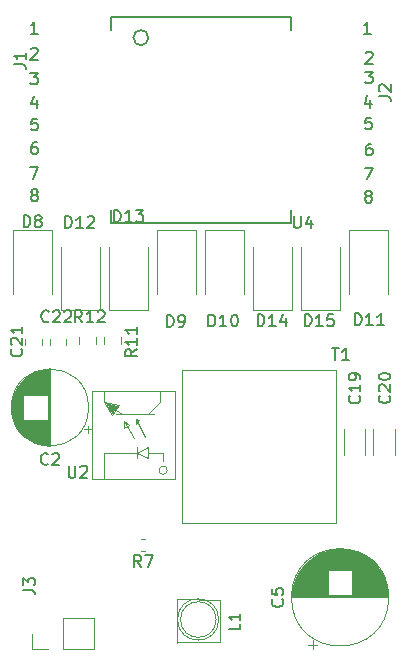
<source format=gbr>
G04 #@! TF.GenerationSoftware,KiCad,Pcbnew,(5.1.4-0-10_14)*
G04 #@! TF.CreationDate,2019-09-18T11:49:10-05:00*
G04 #@! TF.ProjectId,poePoweredDevice-PD,706f6550-6f77-4657-9265-644465766963,rev?*
G04 #@! TF.SameCoordinates,Original*
G04 #@! TF.FileFunction,Legend,Top*
G04 #@! TF.FilePolarity,Positive*
%FSLAX46Y46*%
G04 Gerber Fmt 4.6, Leading zero omitted, Abs format (unit mm)*
G04 Created by KiCad (PCBNEW (5.1.4-0-10_14)) date 2019-09-18 11:49:10*
%MOMM*%
%LPD*%
G04 APERTURE LIST*
%ADD10C,0.120000*%
%ADD11C,0.150000*%
G04 APERTURE END LIST*
D10*
X165094400Y-124577600D02*
X172094400Y-124577600D01*
X172094400Y-124577600D02*
X172094400Y-117077600D01*
X172094400Y-117077600D02*
X165094400Y-117077600D01*
X165094400Y-117077600D02*
X165094400Y-124577600D01*
X171447953Y-123827600D02*
G75*
G03X171447953Y-123827600I-353553J0D01*
G01*
X171094400Y-123077600D02*
X171094400Y-122327600D01*
X171094400Y-122327600D02*
X169844400Y-122327600D01*
X169844400Y-121827600D02*
X169844400Y-122827600D01*
X169844400Y-122827600D02*
X168844400Y-122327600D01*
X168844400Y-122327600D02*
X169844400Y-121827600D01*
X168844400Y-121827600D02*
X168844400Y-122827600D01*
X168844400Y-122327600D02*
X166094400Y-122327600D01*
X166094400Y-122327600D02*
X166094400Y-124577600D01*
X166094400Y-117077600D02*
X166094400Y-118077600D01*
X166094400Y-118077600D02*
X167594400Y-119077600D01*
X167594400Y-119077600D02*
X169844400Y-119077600D01*
X169844400Y-119077600D02*
X170794400Y-118077600D01*
X170794400Y-118077600D02*
X170794400Y-117077600D01*
X167394400Y-118277600D02*
X166794400Y-119177600D01*
X166794400Y-119177600D02*
X166094400Y-118077600D01*
X166094400Y-118077600D02*
X167394400Y-118277600D01*
X167094400Y-119077600D02*
X170294400Y-119077600D01*
X166894400Y-118977600D02*
X166294400Y-118277600D01*
X166294400Y-118277600D02*
X167194400Y-118477600D01*
X167194400Y-118477600D02*
X166394400Y-118177600D01*
X166394400Y-118177600D02*
X167194400Y-118377600D01*
X167194400Y-118377600D02*
X167094400Y-118677600D01*
X167094400Y-118677600D02*
X166694400Y-118477600D01*
X166694400Y-118477600D02*
X166994400Y-118477600D01*
X166994400Y-118477600D02*
X166794400Y-118977600D01*
X166794400Y-118977600D02*
X166694400Y-118577600D01*
X166694400Y-118577600D02*
X166494400Y-118477600D01*
X166494400Y-118477600D02*
X166894400Y-118677600D01*
X166894400Y-118677600D02*
X166794400Y-118777600D01*
X168594400Y-121077600D02*
X167794400Y-119677600D01*
X167794400Y-119677600D02*
X167794400Y-120277600D01*
X167794400Y-120277600D02*
X168194400Y-119977600D01*
X168194400Y-119977600D02*
X167794400Y-119677600D01*
X169594400Y-120977600D02*
X168794400Y-119477600D01*
X168794400Y-119477600D02*
X168794400Y-119877600D01*
X168794400Y-119877600D02*
X169094400Y-119577600D01*
X169094400Y-119577600D02*
X168794400Y-119477600D01*
X185700000Y-115300000D02*
X185700000Y-128300000D01*
X185700000Y-115300000D02*
X172700000Y-115300000D01*
X172700000Y-115300000D02*
X172700000Y-128300000D01*
X172700000Y-128300000D02*
X185700000Y-128300000D01*
X161356800Y-138998000D02*
X160026800Y-138998000D01*
X160026800Y-138998000D02*
X160026800Y-137668000D01*
X165226800Y-138998000D02*
X165226800Y-136338000D01*
X162626800Y-138998000D02*
X165226800Y-138998000D01*
X162626800Y-136338000D02*
X165226800Y-136338000D01*
X162626800Y-138998000D02*
X162626800Y-136338000D01*
X175806425Y-136461576D02*
G75*
G03X175806425Y-136461576I-1746425J0D01*
G01*
X175585855Y-136468000D02*
G75*
G03X175585855Y-136468000I-1505855J0D01*
G01*
X172290000Y-138428000D02*
X172280000Y-134738000D01*
X172280000Y-134718000D02*
X175870000Y-134778000D01*
X175870000Y-134778000D02*
X175880000Y-138368000D01*
X175880000Y-138368000D02*
X172290000Y-138388000D01*
X164783200Y-118516400D02*
G75*
G03X164783200Y-118516400I-3270000J0D01*
G01*
X161513200Y-121746400D02*
X161513200Y-115286400D01*
X161473200Y-121746400D02*
X161473200Y-115286400D01*
X161433200Y-121746400D02*
X161433200Y-115286400D01*
X161393200Y-121744400D02*
X161393200Y-115288400D01*
X161353200Y-121743400D02*
X161353200Y-115289400D01*
X161313200Y-121740400D02*
X161313200Y-115292400D01*
X161273200Y-121738400D02*
X161273200Y-119556400D01*
X161273200Y-117476400D02*
X161273200Y-115294400D01*
X161233200Y-121734400D02*
X161233200Y-119556400D01*
X161233200Y-117476400D02*
X161233200Y-115298400D01*
X161193200Y-121731400D02*
X161193200Y-119556400D01*
X161193200Y-117476400D02*
X161193200Y-115301400D01*
X161153200Y-121727400D02*
X161153200Y-119556400D01*
X161153200Y-117476400D02*
X161153200Y-115305400D01*
X161113200Y-121722400D02*
X161113200Y-119556400D01*
X161113200Y-117476400D02*
X161113200Y-115310400D01*
X161073200Y-121717400D02*
X161073200Y-119556400D01*
X161073200Y-117476400D02*
X161073200Y-115315400D01*
X161033200Y-121711400D02*
X161033200Y-119556400D01*
X161033200Y-117476400D02*
X161033200Y-115321400D01*
X160993200Y-121705400D02*
X160993200Y-119556400D01*
X160993200Y-117476400D02*
X160993200Y-115327400D01*
X160953200Y-121698400D02*
X160953200Y-119556400D01*
X160953200Y-117476400D02*
X160953200Y-115334400D01*
X160913200Y-121691400D02*
X160913200Y-119556400D01*
X160913200Y-117476400D02*
X160913200Y-115341400D01*
X160873200Y-121683400D02*
X160873200Y-119556400D01*
X160873200Y-117476400D02*
X160873200Y-115349400D01*
X160833200Y-121675400D02*
X160833200Y-119556400D01*
X160833200Y-117476400D02*
X160833200Y-115357400D01*
X160792200Y-121666400D02*
X160792200Y-119556400D01*
X160792200Y-117476400D02*
X160792200Y-115366400D01*
X160752200Y-121657400D02*
X160752200Y-119556400D01*
X160752200Y-117476400D02*
X160752200Y-115375400D01*
X160712200Y-121647400D02*
X160712200Y-119556400D01*
X160712200Y-117476400D02*
X160712200Y-115385400D01*
X160672200Y-121637400D02*
X160672200Y-119556400D01*
X160672200Y-117476400D02*
X160672200Y-115395400D01*
X160632200Y-121626400D02*
X160632200Y-119556400D01*
X160632200Y-117476400D02*
X160632200Y-115406400D01*
X160592200Y-121614400D02*
X160592200Y-119556400D01*
X160592200Y-117476400D02*
X160592200Y-115418400D01*
X160552200Y-121602400D02*
X160552200Y-119556400D01*
X160552200Y-117476400D02*
X160552200Y-115430400D01*
X160512200Y-121590400D02*
X160512200Y-119556400D01*
X160512200Y-117476400D02*
X160512200Y-115442400D01*
X160472200Y-121577400D02*
X160472200Y-119556400D01*
X160472200Y-117476400D02*
X160472200Y-115455400D01*
X160432200Y-121563400D02*
X160432200Y-119556400D01*
X160432200Y-117476400D02*
X160432200Y-115469400D01*
X160392200Y-121549400D02*
X160392200Y-119556400D01*
X160392200Y-117476400D02*
X160392200Y-115483400D01*
X160352200Y-121534400D02*
X160352200Y-119556400D01*
X160352200Y-117476400D02*
X160352200Y-115498400D01*
X160312200Y-121518400D02*
X160312200Y-119556400D01*
X160312200Y-117476400D02*
X160312200Y-115514400D01*
X160272200Y-121502400D02*
X160272200Y-119556400D01*
X160272200Y-117476400D02*
X160272200Y-115530400D01*
X160232200Y-121486400D02*
X160232200Y-119556400D01*
X160232200Y-117476400D02*
X160232200Y-115546400D01*
X160192200Y-121468400D02*
X160192200Y-119556400D01*
X160192200Y-117476400D02*
X160192200Y-115564400D01*
X160152200Y-121450400D02*
X160152200Y-119556400D01*
X160152200Y-117476400D02*
X160152200Y-115582400D01*
X160112200Y-121432400D02*
X160112200Y-119556400D01*
X160112200Y-117476400D02*
X160112200Y-115600400D01*
X160072200Y-121412400D02*
X160072200Y-119556400D01*
X160072200Y-117476400D02*
X160072200Y-115620400D01*
X160032200Y-121392400D02*
X160032200Y-119556400D01*
X160032200Y-117476400D02*
X160032200Y-115640400D01*
X159992200Y-121372400D02*
X159992200Y-119556400D01*
X159992200Y-117476400D02*
X159992200Y-115660400D01*
X159952200Y-121350400D02*
X159952200Y-119556400D01*
X159952200Y-117476400D02*
X159952200Y-115682400D01*
X159912200Y-121328400D02*
X159912200Y-119556400D01*
X159912200Y-117476400D02*
X159912200Y-115704400D01*
X159872200Y-121306400D02*
X159872200Y-119556400D01*
X159872200Y-117476400D02*
X159872200Y-115726400D01*
X159832200Y-121282400D02*
X159832200Y-119556400D01*
X159832200Y-117476400D02*
X159832200Y-115750400D01*
X159792200Y-121258400D02*
X159792200Y-119556400D01*
X159792200Y-117476400D02*
X159792200Y-115774400D01*
X159752200Y-121232400D02*
X159752200Y-119556400D01*
X159752200Y-117476400D02*
X159752200Y-115800400D01*
X159712200Y-121206400D02*
X159712200Y-119556400D01*
X159712200Y-117476400D02*
X159712200Y-115826400D01*
X159672200Y-121180400D02*
X159672200Y-119556400D01*
X159672200Y-117476400D02*
X159672200Y-115852400D01*
X159632200Y-121152400D02*
X159632200Y-119556400D01*
X159632200Y-117476400D02*
X159632200Y-115880400D01*
X159592200Y-121123400D02*
X159592200Y-119556400D01*
X159592200Y-117476400D02*
X159592200Y-115909400D01*
X159552200Y-121094400D02*
X159552200Y-119556400D01*
X159552200Y-117476400D02*
X159552200Y-115938400D01*
X159512200Y-121064400D02*
X159512200Y-119556400D01*
X159512200Y-117476400D02*
X159512200Y-115968400D01*
X159472200Y-121032400D02*
X159472200Y-119556400D01*
X159472200Y-117476400D02*
X159472200Y-116000400D01*
X159432200Y-121000400D02*
X159432200Y-119556400D01*
X159432200Y-117476400D02*
X159432200Y-116032400D01*
X159392200Y-120966400D02*
X159392200Y-119556400D01*
X159392200Y-117476400D02*
X159392200Y-116066400D01*
X159352200Y-120932400D02*
X159352200Y-119556400D01*
X159352200Y-117476400D02*
X159352200Y-116100400D01*
X159312200Y-120896400D02*
X159312200Y-119556400D01*
X159312200Y-117476400D02*
X159312200Y-116136400D01*
X159272200Y-120859400D02*
X159272200Y-119556400D01*
X159272200Y-117476400D02*
X159272200Y-116173400D01*
X159232200Y-120821400D02*
X159232200Y-119556400D01*
X159232200Y-117476400D02*
X159232200Y-116211400D01*
X159192200Y-120781400D02*
X159192200Y-116251400D01*
X159152200Y-120740400D02*
X159152200Y-116292400D01*
X159112200Y-120698400D02*
X159112200Y-116334400D01*
X159072200Y-120653400D02*
X159072200Y-116379400D01*
X159032200Y-120608400D02*
X159032200Y-116424400D01*
X158992200Y-120560400D02*
X158992200Y-116472400D01*
X158952200Y-120511400D02*
X158952200Y-116521400D01*
X158912200Y-120460400D02*
X158912200Y-116572400D01*
X158872200Y-120406400D02*
X158872200Y-116626400D01*
X158832200Y-120350400D02*
X158832200Y-116682400D01*
X158792200Y-120292400D02*
X158792200Y-116740400D01*
X158752200Y-120230400D02*
X158752200Y-116802400D01*
X158712200Y-120166400D02*
X158712200Y-116866400D01*
X158672200Y-120097400D02*
X158672200Y-116935400D01*
X158632200Y-120025400D02*
X158632200Y-117007400D01*
X158592200Y-119948400D02*
X158592200Y-117084400D01*
X158552200Y-119866400D02*
X158552200Y-117166400D01*
X158512200Y-119778400D02*
X158512200Y-117254400D01*
X158472200Y-119681400D02*
X158472200Y-117351400D01*
X158432200Y-119575400D02*
X158432200Y-117457400D01*
X158392200Y-119456400D02*
X158392200Y-117576400D01*
X158352200Y-119318400D02*
X158352200Y-117714400D01*
X158312200Y-119149400D02*
X158312200Y-117883400D01*
X158272200Y-118918400D02*
X158272200Y-118114400D01*
X165013441Y-120355400D02*
X164383441Y-120355400D01*
X164698441Y-120670400D02*
X164698441Y-120040400D01*
X190200400Y-134589200D02*
G75*
G03X190200400Y-134589200I-4120000J0D01*
G01*
X182000400Y-134589200D02*
X190160400Y-134589200D01*
X182000400Y-134549200D02*
X190160400Y-134549200D01*
X182000400Y-134509200D02*
X190160400Y-134509200D01*
X182001400Y-134469200D02*
X190159400Y-134469200D01*
X182003400Y-134429200D02*
X190157400Y-134429200D01*
X182004400Y-134389200D02*
X190156400Y-134389200D01*
X182006400Y-134349200D02*
X185040400Y-134349200D01*
X187120400Y-134349200D02*
X190154400Y-134349200D01*
X182009400Y-134309200D02*
X185040400Y-134309200D01*
X187120400Y-134309200D02*
X190151400Y-134309200D01*
X182012400Y-134269200D02*
X185040400Y-134269200D01*
X187120400Y-134269200D02*
X190148400Y-134269200D01*
X182015400Y-134229200D02*
X185040400Y-134229200D01*
X187120400Y-134229200D02*
X190145400Y-134229200D01*
X182019400Y-134189200D02*
X185040400Y-134189200D01*
X187120400Y-134189200D02*
X190141400Y-134189200D01*
X182023400Y-134149200D02*
X185040400Y-134149200D01*
X187120400Y-134149200D02*
X190137400Y-134149200D01*
X182028400Y-134109200D02*
X185040400Y-134109200D01*
X187120400Y-134109200D02*
X190132400Y-134109200D01*
X182032400Y-134069200D02*
X185040400Y-134069200D01*
X187120400Y-134069200D02*
X190128400Y-134069200D01*
X182038400Y-134029200D02*
X185040400Y-134029200D01*
X187120400Y-134029200D02*
X190122400Y-134029200D01*
X182043400Y-133989200D02*
X185040400Y-133989200D01*
X187120400Y-133989200D02*
X190117400Y-133989200D01*
X182050400Y-133949200D02*
X185040400Y-133949200D01*
X187120400Y-133949200D02*
X190110400Y-133949200D01*
X182056400Y-133909200D02*
X185040400Y-133909200D01*
X187120400Y-133909200D02*
X190104400Y-133909200D01*
X182063400Y-133868200D02*
X185040400Y-133868200D01*
X187120400Y-133868200D02*
X190097400Y-133868200D01*
X182070400Y-133828200D02*
X185040400Y-133828200D01*
X187120400Y-133828200D02*
X190090400Y-133828200D01*
X182078400Y-133788200D02*
X185040400Y-133788200D01*
X187120400Y-133788200D02*
X190082400Y-133788200D01*
X182086400Y-133748200D02*
X185040400Y-133748200D01*
X187120400Y-133748200D02*
X190074400Y-133748200D01*
X182095400Y-133708200D02*
X185040400Y-133708200D01*
X187120400Y-133708200D02*
X190065400Y-133708200D01*
X182104400Y-133668200D02*
X185040400Y-133668200D01*
X187120400Y-133668200D02*
X190056400Y-133668200D01*
X182113400Y-133628200D02*
X185040400Y-133628200D01*
X187120400Y-133628200D02*
X190047400Y-133628200D01*
X182123400Y-133588200D02*
X185040400Y-133588200D01*
X187120400Y-133588200D02*
X190037400Y-133588200D01*
X182133400Y-133548200D02*
X185040400Y-133548200D01*
X187120400Y-133548200D02*
X190027400Y-133548200D01*
X182144400Y-133508200D02*
X185040400Y-133508200D01*
X187120400Y-133508200D02*
X190016400Y-133508200D01*
X182155400Y-133468200D02*
X185040400Y-133468200D01*
X187120400Y-133468200D02*
X190005400Y-133468200D01*
X182166400Y-133428200D02*
X185040400Y-133428200D01*
X187120400Y-133428200D02*
X189994400Y-133428200D01*
X182178400Y-133388200D02*
X185040400Y-133388200D01*
X187120400Y-133388200D02*
X189982400Y-133388200D01*
X182191400Y-133348200D02*
X185040400Y-133348200D01*
X187120400Y-133348200D02*
X189969400Y-133348200D01*
X182203400Y-133308200D02*
X185040400Y-133308200D01*
X187120400Y-133308200D02*
X189957400Y-133308200D01*
X182217400Y-133268200D02*
X185040400Y-133268200D01*
X187120400Y-133268200D02*
X189943400Y-133268200D01*
X182230400Y-133228200D02*
X185040400Y-133228200D01*
X187120400Y-133228200D02*
X189930400Y-133228200D01*
X182245400Y-133188200D02*
X185040400Y-133188200D01*
X187120400Y-133188200D02*
X189915400Y-133188200D01*
X182259400Y-133148200D02*
X185040400Y-133148200D01*
X187120400Y-133148200D02*
X189901400Y-133148200D01*
X182275400Y-133108200D02*
X185040400Y-133108200D01*
X187120400Y-133108200D02*
X189885400Y-133108200D01*
X182290400Y-133068200D02*
X185040400Y-133068200D01*
X187120400Y-133068200D02*
X189870400Y-133068200D01*
X182306400Y-133028200D02*
X185040400Y-133028200D01*
X187120400Y-133028200D02*
X189854400Y-133028200D01*
X182323400Y-132988200D02*
X185040400Y-132988200D01*
X187120400Y-132988200D02*
X189837400Y-132988200D01*
X182340400Y-132948200D02*
X185040400Y-132948200D01*
X187120400Y-132948200D02*
X189820400Y-132948200D01*
X182358400Y-132908200D02*
X185040400Y-132908200D01*
X187120400Y-132908200D02*
X189802400Y-132908200D01*
X182376400Y-132868200D02*
X185040400Y-132868200D01*
X187120400Y-132868200D02*
X189784400Y-132868200D01*
X182394400Y-132828200D02*
X185040400Y-132828200D01*
X187120400Y-132828200D02*
X189766400Y-132828200D01*
X182414400Y-132788200D02*
X185040400Y-132788200D01*
X187120400Y-132788200D02*
X189746400Y-132788200D01*
X182433400Y-132748200D02*
X185040400Y-132748200D01*
X187120400Y-132748200D02*
X189727400Y-132748200D01*
X182453400Y-132708200D02*
X185040400Y-132708200D01*
X187120400Y-132708200D02*
X189707400Y-132708200D01*
X182474400Y-132668200D02*
X185040400Y-132668200D01*
X187120400Y-132668200D02*
X189686400Y-132668200D01*
X182496400Y-132628200D02*
X185040400Y-132628200D01*
X187120400Y-132628200D02*
X189664400Y-132628200D01*
X182518400Y-132588200D02*
X185040400Y-132588200D01*
X187120400Y-132588200D02*
X189642400Y-132588200D01*
X182540400Y-132548200D02*
X185040400Y-132548200D01*
X187120400Y-132548200D02*
X189620400Y-132548200D01*
X182563400Y-132508200D02*
X185040400Y-132508200D01*
X187120400Y-132508200D02*
X189597400Y-132508200D01*
X182587400Y-132468200D02*
X185040400Y-132468200D01*
X187120400Y-132468200D02*
X189573400Y-132468200D01*
X182611400Y-132428200D02*
X185040400Y-132428200D01*
X187120400Y-132428200D02*
X189549400Y-132428200D01*
X182636400Y-132388200D02*
X185040400Y-132388200D01*
X187120400Y-132388200D02*
X189524400Y-132388200D01*
X182662400Y-132348200D02*
X185040400Y-132348200D01*
X187120400Y-132348200D02*
X189498400Y-132348200D01*
X182688400Y-132308200D02*
X185040400Y-132308200D01*
X187120400Y-132308200D02*
X189472400Y-132308200D01*
X182715400Y-132268200D02*
X189445400Y-132268200D01*
X182742400Y-132228200D02*
X189418400Y-132228200D01*
X182771400Y-132188200D02*
X189389400Y-132188200D01*
X182800400Y-132148200D02*
X189360400Y-132148200D01*
X182830400Y-132108200D02*
X189330400Y-132108200D01*
X182860400Y-132068200D02*
X189300400Y-132068200D01*
X182891400Y-132028200D02*
X189269400Y-132028200D01*
X182924400Y-131988200D02*
X189236400Y-131988200D01*
X182956400Y-131948200D02*
X189204400Y-131948200D01*
X182990400Y-131908200D02*
X189170400Y-131908200D01*
X183025400Y-131868200D02*
X189135400Y-131868200D01*
X183061400Y-131828200D02*
X189099400Y-131828200D01*
X183097400Y-131788200D02*
X189063400Y-131788200D01*
X183135400Y-131748200D02*
X189025400Y-131748200D01*
X183173400Y-131708200D02*
X188987400Y-131708200D01*
X183213400Y-131668200D02*
X188947400Y-131668200D01*
X183254400Y-131628200D02*
X188906400Y-131628200D01*
X183296400Y-131588200D02*
X188864400Y-131588200D01*
X183339400Y-131548200D02*
X188821400Y-131548200D01*
X183383400Y-131508200D02*
X188777400Y-131508200D01*
X183429400Y-131468200D02*
X188731400Y-131468200D01*
X183476400Y-131428200D02*
X188684400Y-131428200D01*
X183524400Y-131388200D02*
X188636400Y-131388200D01*
X183575400Y-131348200D02*
X188585400Y-131348200D01*
X183626400Y-131308200D02*
X188534400Y-131308200D01*
X183680400Y-131268200D02*
X188480400Y-131268200D01*
X183735400Y-131228200D02*
X188425400Y-131228200D01*
X183793400Y-131188200D02*
X188367400Y-131188200D01*
X183852400Y-131148200D02*
X188308400Y-131148200D01*
X183914400Y-131108200D02*
X188246400Y-131108200D01*
X183978400Y-131068200D02*
X188182400Y-131068200D01*
X184046400Y-131028200D02*
X188114400Y-131028200D01*
X184116400Y-130988200D02*
X188044400Y-130988200D01*
X184190400Y-130948200D02*
X187970400Y-130948200D01*
X184267400Y-130908200D02*
X187893400Y-130908200D01*
X184349400Y-130868200D02*
X187811400Y-130868200D01*
X184435400Y-130828200D02*
X187725400Y-130828200D01*
X184528400Y-130788200D02*
X187632400Y-130788200D01*
X184627400Y-130748200D02*
X187533400Y-130748200D01*
X184734400Y-130708200D02*
X187426400Y-130708200D01*
X184851400Y-130668200D02*
X187309400Y-130668200D01*
X184982400Y-130628200D02*
X187178400Y-130628200D01*
X185132400Y-130588200D02*
X187028400Y-130588200D01*
X185312400Y-130548200D02*
X186848400Y-130548200D01*
X185547400Y-130508200D02*
X186613400Y-130508200D01*
X183765400Y-138998898D02*
X183765400Y-138198898D01*
X183365400Y-138598898D02*
X184165400Y-138598898D01*
X186389600Y-122574052D02*
X186389600Y-120351548D01*
X188209600Y-122574052D02*
X188209600Y-120351548D01*
X190698800Y-122574052D02*
X190698800Y-120351548D01*
X188878800Y-122574052D02*
X188878800Y-120351548D01*
X159380000Y-112684422D02*
X159380000Y-113201578D01*
X160800000Y-112684422D02*
X160800000Y-113201578D01*
X161480000Y-113201578D02*
X161480000Y-112684422D01*
X162900000Y-113201578D02*
X162900000Y-112684422D01*
X161670000Y-103496000D02*
X158370000Y-103496000D01*
X158370000Y-103496000D02*
X158370000Y-108896000D01*
X161670000Y-103496000D02*
X161670000Y-108896000D01*
X173850000Y-103500000D02*
X173850000Y-108900000D01*
X170550000Y-103500000D02*
X170550000Y-108900000D01*
X173850000Y-103500000D02*
X170550000Y-103500000D01*
X177926000Y-103496000D02*
X174626000Y-103496000D01*
X174626000Y-103496000D02*
X174626000Y-108896000D01*
X177926000Y-103496000D02*
X177926000Y-108896000D01*
X190118000Y-103496000D02*
X190118000Y-108896000D01*
X186818000Y-103496000D02*
X186818000Y-108896000D01*
X190118000Y-103496000D02*
X186818000Y-103496000D01*
X162434000Y-110296000D02*
X165734000Y-110296000D01*
X165734000Y-110296000D02*
X165734000Y-104896000D01*
X162434000Y-110296000D02*
X162434000Y-104896000D01*
X166498000Y-110296000D02*
X166498000Y-104896000D01*
X169798000Y-110296000D02*
X169798000Y-104896000D01*
X166498000Y-110296000D02*
X169798000Y-110296000D01*
X178690000Y-110296000D02*
X178690000Y-104896000D01*
X181990000Y-110296000D02*
X181990000Y-104896000D01*
X178690000Y-110296000D02*
X181990000Y-110296000D01*
X182754000Y-110296000D02*
X186054000Y-110296000D01*
X186054000Y-110296000D02*
X186054000Y-104896000D01*
X182754000Y-110296000D02*
X182754000Y-104896000D01*
X169562779Y-130658000D02*
X169237221Y-130658000D01*
X169562779Y-129638000D02*
X169237221Y-129638000D01*
X163980000Y-112584422D02*
X163980000Y-113101578D01*
X165400000Y-112584422D02*
X165400000Y-113101578D01*
X166080000Y-113101578D02*
X166080000Y-112584422D01*
X167500000Y-113101578D02*
X167500000Y-112584422D01*
D11*
X181910000Y-101806000D02*
X181910000Y-102936000D01*
X181910000Y-102936000D02*
X166670000Y-102936000D01*
X166670000Y-102936000D02*
X166670000Y-101806000D01*
X166670000Y-85436000D02*
X181910000Y-85436000D01*
X181910000Y-85436000D02*
X181910000Y-86566000D01*
X166670000Y-86566000D02*
X166670000Y-85436000D01*
X169845000Y-87201000D02*
G75*
G03X169845000Y-87201000I-635000J0D01*
G01*
X189368180Y-92154333D02*
X190082466Y-92154333D01*
X190225323Y-92201952D01*
X190320561Y-92297190D01*
X190368180Y-92440047D01*
X190368180Y-92535285D01*
X189463419Y-91725761D02*
X189415800Y-91678142D01*
X189368180Y-91582904D01*
X189368180Y-91344809D01*
X189415800Y-91249571D01*
X189463419Y-91201952D01*
X189558657Y-91154333D01*
X189653895Y-91154333D01*
X189796752Y-91201952D01*
X190368180Y-91773380D01*
X190368180Y-91154333D01*
X188677514Y-86863180D02*
X188106085Y-86863180D01*
X188391800Y-86863180D02*
X188391800Y-85863180D01*
X188296561Y-86006038D01*
X188201323Y-86101276D01*
X188106085Y-86148895D01*
X188258485Y-88498419D02*
X188306104Y-88450800D01*
X188401342Y-88403180D01*
X188639438Y-88403180D01*
X188734676Y-88450800D01*
X188782295Y-88498419D01*
X188829914Y-88593657D01*
X188829914Y-88688895D01*
X188782295Y-88831752D01*
X188210866Y-89403180D01*
X188829914Y-89403180D01*
X188210866Y-90079580D02*
X188829914Y-90079580D01*
X188496580Y-90460533D01*
X188639438Y-90460533D01*
X188734676Y-90508152D01*
X188782295Y-90555771D01*
X188829914Y-90651009D01*
X188829914Y-90889104D01*
X188782295Y-90984342D01*
X188734676Y-91031961D01*
X188639438Y-91079580D01*
X188353723Y-91079580D01*
X188258485Y-91031961D01*
X188210866Y-90984342D01*
X188633076Y-92470314D02*
X188633076Y-93136980D01*
X188394980Y-92089361D02*
X188156885Y-92803647D01*
X188775933Y-92803647D01*
X188731495Y-93965780D02*
X188255304Y-93965780D01*
X188207685Y-94441971D01*
X188255304Y-94394352D01*
X188350542Y-94346733D01*
X188588638Y-94346733D01*
X188683876Y-94394352D01*
X188731495Y-94441971D01*
X188779114Y-94537209D01*
X188779114Y-94775304D01*
X188731495Y-94870542D01*
X188683876Y-94918161D01*
X188588638Y-94965780D01*
X188350542Y-94965780D01*
X188255304Y-94918161D01*
X188207685Y-94870542D01*
X188734676Y-96175580D02*
X188544200Y-96175580D01*
X188448961Y-96223200D01*
X188401342Y-96270819D01*
X188306104Y-96413676D01*
X188258485Y-96604152D01*
X188258485Y-96985104D01*
X188306104Y-97080342D01*
X188353723Y-97127961D01*
X188448961Y-97175580D01*
X188639438Y-97175580D01*
X188734676Y-97127961D01*
X188782295Y-97080342D01*
X188829914Y-96985104D01*
X188829914Y-96747009D01*
X188782295Y-96651771D01*
X188734676Y-96604152D01*
X188639438Y-96556533D01*
X188448961Y-96556533D01*
X188353723Y-96604152D01*
X188306104Y-96651771D01*
X188258485Y-96747009D01*
X188160066Y-98207580D02*
X188826733Y-98207580D01*
X188398161Y-99207580D01*
X188398161Y-100591952D02*
X188302923Y-100544333D01*
X188255304Y-100496714D01*
X188207685Y-100401476D01*
X188207685Y-100353857D01*
X188255304Y-100258619D01*
X188302923Y-100211000D01*
X188398161Y-100163380D01*
X188588638Y-100163380D01*
X188683876Y-100211000D01*
X188731495Y-100258619D01*
X188779114Y-100353857D01*
X188779114Y-100401476D01*
X188731495Y-100496714D01*
X188683876Y-100544333D01*
X188588638Y-100591952D01*
X188398161Y-100591952D01*
X188302923Y-100639571D01*
X188255304Y-100687190D01*
X188207685Y-100782428D01*
X188207685Y-100972904D01*
X188255304Y-101068142D01*
X188302923Y-101115761D01*
X188398161Y-101163380D01*
X188588638Y-101163380D01*
X188683876Y-101115761D01*
X188731495Y-101068142D01*
X188779114Y-100972904D01*
X188779114Y-100782428D01*
X188731495Y-100687190D01*
X188683876Y-100639571D01*
X188588638Y-100591952D01*
X158456380Y-89461933D02*
X159170666Y-89461933D01*
X159313523Y-89509552D01*
X159408761Y-89604790D01*
X159456380Y-89747647D01*
X159456380Y-89842885D01*
X159456380Y-88461933D02*
X159456380Y-89033361D01*
X159456380Y-88747647D02*
X158456380Y-88747647D01*
X158599238Y-88842885D01*
X158694476Y-88938123D01*
X158742095Y-89033361D01*
X160485714Y-86856380D02*
X159914285Y-86856380D01*
X160200000Y-86856380D02*
X160200000Y-85856380D01*
X160104761Y-85999238D01*
X160009523Y-86094476D01*
X159914285Y-86142095D01*
X159914285Y-88151619D02*
X159961904Y-88104000D01*
X160057142Y-88056380D01*
X160295238Y-88056380D01*
X160390476Y-88104000D01*
X160438095Y-88151619D01*
X160485714Y-88246857D01*
X160485714Y-88342095D01*
X160438095Y-88484952D01*
X159866666Y-89056380D01*
X160485714Y-89056380D01*
X159866666Y-90156380D02*
X160485714Y-90156380D01*
X160152380Y-90537333D01*
X160295238Y-90537333D01*
X160390476Y-90584952D01*
X160438095Y-90632571D01*
X160485714Y-90727809D01*
X160485714Y-90965904D01*
X160438095Y-91061142D01*
X160390476Y-91108761D01*
X160295238Y-91156380D01*
X160009523Y-91156380D01*
X159914285Y-91108761D01*
X159866666Y-91061142D01*
X160390476Y-92489714D02*
X160390476Y-93156380D01*
X160152380Y-92108761D02*
X159914285Y-92823047D01*
X160533333Y-92823047D01*
X160438095Y-94056380D02*
X159961904Y-94056380D01*
X159914285Y-94532571D01*
X159961904Y-94484952D01*
X160057142Y-94437333D01*
X160295238Y-94437333D01*
X160390476Y-94484952D01*
X160438095Y-94532571D01*
X160485714Y-94627809D01*
X160485714Y-94865904D01*
X160438095Y-94961142D01*
X160390476Y-95008761D01*
X160295238Y-95056380D01*
X160057142Y-95056380D01*
X159961904Y-95008761D01*
X159914285Y-94961142D01*
X160390476Y-96056380D02*
X160200000Y-96056380D01*
X160104761Y-96104000D01*
X160057142Y-96151619D01*
X159961904Y-96294476D01*
X159914285Y-96484952D01*
X159914285Y-96865904D01*
X159961904Y-96961142D01*
X160009523Y-97008761D01*
X160104761Y-97056380D01*
X160295238Y-97056380D01*
X160390476Y-97008761D01*
X160438095Y-96961142D01*
X160485714Y-96865904D01*
X160485714Y-96627809D01*
X160438095Y-96532571D01*
X160390476Y-96484952D01*
X160295238Y-96437333D01*
X160104761Y-96437333D01*
X160009523Y-96484952D01*
X159961904Y-96532571D01*
X159914285Y-96627809D01*
X159866666Y-98156380D02*
X160533333Y-98156380D01*
X160104761Y-99156380D01*
X160104761Y-100484952D02*
X160009523Y-100437333D01*
X159961904Y-100389714D01*
X159914285Y-100294476D01*
X159914285Y-100246857D01*
X159961904Y-100151619D01*
X160009523Y-100104000D01*
X160104761Y-100056380D01*
X160295238Y-100056380D01*
X160390476Y-100104000D01*
X160438095Y-100151619D01*
X160485714Y-100246857D01*
X160485714Y-100294476D01*
X160438095Y-100389714D01*
X160390476Y-100437333D01*
X160295238Y-100484952D01*
X160104761Y-100484952D01*
X160009523Y-100532571D01*
X159961904Y-100580190D01*
X159914285Y-100675428D01*
X159914285Y-100865904D01*
X159961904Y-100961142D01*
X160009523Y-101008761D01*
X160104761Y-101056380D01*
X160295238Y-101056380D01*
X160390476Y-101008761D01*
X160438095Y-100961142D01*
X160485714Y-100865904D01*
X160485714Y-100675428D01*
X160438095Y-100580190D01*
X160390476Y-100532571D01*
X160295238Y-100484952D01*
X163093495Y-123455180D02*
X163093495Y-124264704D01*
X163141114Y-124359942D01*
X163188733Y-124407561D01*
X163283971Y-124455180D01*
X163474447Y-124455180D01*
X163569685Y-124407561D01*
X163617304Y-124359942D01*
X163664923Y-124264704D01*
X163664923Y-123455180D01*
X164093495Y-123550419D02*
X164141114Y-123502800D01*
X164236352Y-123455180D01*
X164474447Y-123455180D01*
X164569685Y-123502800D01*
X164617304Y-123550419D01*
X164664923Y-123645657D01*
X164664923Y-123740895D01*
X164617304Y-123883752D01*
X164045876Y-124455180D01*
X164664923Y-124455180D01*
X185394695Y-113498380D02*
X185966123Y-113498380D01*
X185680409Y-114498380D02*
X185680409Y-113498380D01*
X186823266Y-114498380D02*
X186251838Y-114498380D01*
X186537552Y-114498380D02*
X186537552Y-113498380D01*
X186442314Y-113641238D01*
X186347076Y-113736476D01*
X186251838Y-113784095D01*
X159243780Y-133962733D02*
X159958066Y-133962733D01*
X160100923Y-134010352D01*
X160196161Y-134105590D01*
X160243780Y-134248447D01*
X160243780Y-134343685D01*
X159243780Y-133581780D02*
X159243780Y-132962733D01*
X159624733Y-133296066D01*
X159624733Y-133153209D01*
X159672352Y-133057971D01*
X159719971Y-133010352D01*
X159815209Y-132962733D01*
X160053304Y-132962733D01*
X160148542Y-133010352D01*
X160196161Y-133057971D01*
X160243780Y-133153209D01*
X160243780Y-133438923D01*
X160196161Y-133534161D01*
X160148542Y-133581780D01*
X177642380Y-136834666D02*
X177642380Y-137310857D01*
X176642380Y-137310857D01*
X177642380Y-135977523D02*
X177642380Y-136548952D01*
X177642380Y-136263238D02*
X176642380Y-136263238D01*
X176785238Y-136358476D01*
X176880476Y-136453714D01*
X176928095Y-136548952D01*
X161346533Y-123273542D02*
X161298914Y-123321161D01*
X161156057Y-123368780D01*
X161060819Y-123368780D01*
X160917961Y-123321161D01*
X160822723Y-123225923D01*
X160775104Y-123130685D01*
X160727485Y-122940209D01*
X160727485Y-122797352D01*
X160775104Y-122606876D01*
X160822723Y-122511638D01*
X160917961Y-122416400D01*
X161060819Y-122368780D01*
X161156057Y-122368780D01*
X161298914Y-122416400D01*
X161346533Y-122464019D01*
X161727485Y-122464019D02*
X161775104Y-122416400D01*
X161870342Y-122368780D01*
X162108438Y-122368780D01*
X162203676Y-122416400D01*
X162251295Y-122464019D01*
X162298914Y-122559257D01*
X162298914Y-122654495D01*
X162251295Y-122797352D01*
X161679866Y-123368780D01*
X162298914Y-123368780D01*
X181187542Y-134755866D02*
X181235161Y-134803485D01*
X181282780Y-134946342D01*
X181282780Y-135041580D01*
X181235161Y-135184438D01*
X181139923Y-135279676D01*
X181044685Y-135327295D01*
X180854209Y-135374914D01*
X180711352Y-135374914D01*
X180520876Y-135327295D01*
X180425638Y-135279676D01*
X180330400Y-135184438D01*
X180282780Y-135041580D01*
X180282780Y-134946342D01*
X180330400Y-134803485D01*
X180378019Y-134755866D01*
X180282780Y-133851104D02*
X180282780Y-134327295D01*
X180758971Y-134374914D01*
X180711352Y-134327295D01*
X180663733Y-134232057D01*
X180663733Y-133993961D01*
X180711352Y-133898723D01*
X180758971Y-133851104D01*
X180854209Y-133803485D01*
X181092304Y-133803485D01*
X181187542Y-133851104D01*
X181235161Y-133898723D01*
X181282780Y-133993961D01*
X181282780Y-134232057D01*
X181235161Y-134327295D01*
X181187542Y-134374914D01*
X187707542Y-117533657D02*
X187755161Y-117581276D01*
X187802780Y-117724133D01*
X187802780Y-117819371D01*
X187755161Y-117962228D01*
X187659923Y-118057466D01*
X187564685Y-118105085D01*
X187374209Y-118152704D01*
X187231352Y-118152704D01*
X187040876Y-118105085D01*
X186945638Y-118057466D01*
X186850400Y-117962228D01*
X186802780Y-117819371D01*
X186802780Y-117724133D01*
X186850400Y-117581276D01*
X186898019Y-117533657D01*
X187802780Y-116581276D02*
X187802780Y-117152704D01*
X187802780Y-116866990D02*
X186802780Y-116866990D01*
X186945638Y-116962228D01*
X187040876Y-117057466D01*
X187088495Y-117152704D01*
X187802780Y-116105085D02*
X187802780Y-115914609D01*
X187755161Y-115819371D01*
X187707542Y-115771752D01*
X187564685Y-115676514D01*
X187374209Y-115628895D01*
X186993257Y-115628895D01*
X186898019Y-115676514D01*
X186850400Y-115724133D01*
X186802780Y-115819371D01*
X186802780Y-116009847D01*
X186850400Y-116105085D01*
X186898019Y-116152704D01*
X186993257Y-116200323D01*
X187231352Y-116200323D01*
X187326590Y-116152704D01*
X187374209Y-116105085D01*
X187421828Y-116009847D01*
X187421828Y-115819371D01*
X187374209Y-115724133D01*
X187326590Y-115676514D01*
X187231352Y-115628895D01*
X190247542Y-117508257D02*
X190295161Y-117555876D01*
X190342780Y-117698733D01*
X190342780Y-117793971D01*
X190295161Y-117936828D01*
X190199923Y-118032066D01*
X190104685Y-118079685D01*
X189914209Y-118127304D01*
X189771352Y-118127304D01*
X189580876Y-118079685D01*
X189485638Y-118032066D01*
X189390400Y-117936828D01*
X189342780Y-117793971D01*
X189342780Y-117698733D01*
X189390400Y-117555876D01*
X189438019Y-117508257D01*
X189438019Y-117127304D02*
X189390400Y-117079685D01*
X189342780Y-116984447D01*
X189342780Y-116746352D01*
X189390400Y-116651114D01*
X189438019Y-116603495D01*
X189533257Y-116555876D01*
X189628495Y-116555876D01*
X189771352Y-116603495D01*
X190342780Y-117174923D01*
X190342780Y-116555876D01*
X189342780Y-115936828D02*
X189342780Y-115841590D01*
X189390400Y-115746352D01*
X189438019Y-115698733D01*
X189533257Y-115651114D01*
X189723733Y-115603495D01*
X189961828Y-115603495D01*
X190152304Y-115651114D01*
X190247542Y-115698733D01*
X190295161Y-115746352D01*
X190342780Y-115841590D01*
X190342780Y-115936828D01*
X190295161Y-116032066D01*
X190247542Y-116079685D01*
X190152304Y-116127304D01*
X189961828Y-116174923D01*
X189723733Y-116174923D01*
X189533257Y-116127304D01*
X189438019Y-116079685D01*
X189390400Y-116032066D01*
X189342780Y-115936828D01*
X159081742Y-113571257D02*
X159129361Y-113618876D01*
X159176980Y-113761733D01*
X159176980Y-113856971D01*
X159129361Y-113999828D01*
X159034123Y-114095066D01*
X158938885Y-114142685D01*
X158748409Y-114190304D01*
X158605552Y-114190304D01*
X158415076Y-114142685D01*
X158319838Y-114095066D01*
X158224600Y-113999828D01*
X158176980Y-113856971D01*
X158176980Y-113761733D01*
X158224600Y-113618876D01*
X158272219Y-113571257D01*
X158272219Y-113190304D02*
X158224600Y-113142685D01*
X158176980Y-113047447D01*
X158176980Y-112809352D01*
X158224600Y-112714114D01*
X158272219Y-112666495D01*
X158367457Y-112618876D01*
X158462695Y-112618876D01*
X158605552Y-112666495D01*
X159176980Y-113237923D01*
X159176980Y-112618876D01*
X159176980Y-111666495D02*
X159176980Y-112237923D01*
X159176980Y-111952209D02*
X158176980Y-111952209D01*
X158319838Y-112047447D01*
X158415076Y-112142685D01*
X158462695Y-112237923D01*
X161409142Y-111202742D02*
X161361523Y-111250361D01*
X161218666Y-111297980D01*
X161123428Y-111297980D01*
X160980571Y-111250361D01*
X160885333Y-111155123D01*
X160837714Y-111059885D01*
X160790095Y-110869409D01*
X160790095Y-110726552D01*
X160837714Y-110536076D01*
X160885333Y-110440838D01*
X160980571Y-110345600D01*
X161123428Y-110297980D01*
X161218666Y-110297980D01*
X161361523Y-110345600D01*
X161409142Y-110393219D01*
X161790095Y-110393219D02*
X161837714Y-110345600D01*
X161932952Y-110297980D01*
X162171047Y-110297980D01*
X162266285Y-110345600D01*
X162313904Y-110393219D01*
X162361523Y-110488457D01*
X162361523Y-110583695D01*
X162313904Y-110726552D01*
X161742476Y-111297980D01*
X162361523Y-111297980D01*
X162742476Y-110393219D02*
X162790095Y-110345600D01*
X162885333Y-110297980D01*
X163123428Y-110297980D01*
X163218666Y-110345600D01*
X163266285Y-110393219D01*
X163313904Y-110488457D01*
X163313904Y-110583695D01*
X163266285Y-110726552D01*
X162694857Y-111297980D01*
X163313904Y-111297980D01*
X159281904Y-103246180D02*
X159281904Y-102246180D01*
X159520000Y-102246180D01*
X159662857Y-102293800D01*
X159758095Y-102389038D01*
X159805714Y-102484276D01*
X159853333Y-102674752D01*
X159853333Y-102817609D01*
X159805714Y-103008085D01*
X159758095Y-103103323D01*
X159662857Y-103198561D01*
X159520000Y-103246180D01*
X159281904Y-103246180D01*
X160424761Y-102674752D02*
X160329523Y-102627133D01*
X160281904Y-102579514D01*
X160234285Y-102484276D01*
X160234285Y-102436657D01*
X160281904Y-102341419D01*
X160329523Y-102293800D01*
X160424761Y-102246180D01*
X160615238Y-102246180D01*
X160710476Y-102293800D01*
X160758095Y-102341419D01*
X160805714Y-102436657D01*
X160805714Y-102484276D01*
X160758095Y-102579514D01*
X160710476Y-102627133D01*
X160615238Y-102674752D01*
X160424761Y-102674752D01*
X160329523Y-102722371D01*
X160281904Y-102769990D01*
X160234285Y-102865228D01*
X160234285Y-103055704D01*
X160281904Y-103150942D01*
X160329523Y-103198561D01*
X160424761Y-103246180D01*
X160615238Y-103246180D01*
X160710476Y-103198561D01*
X160758095Y-103150942D01*
X160805714Y-103055704D01*
X160805714Y-102865228D01*
X160758095Y-102769990D01*
X160710476Y-102722371D01*
X160615238Y-102674752D01*
X171423104Y-111678980D02*
X171423104Y-110678980D01*
X171661200Y-110678980D01*
X171804057Y-110726600D01*
X171899295Y-110821838D01*
X171946914Y-110917076D01*
X171994533Y-111107552D01*
X171994533Y-111250409D01*
X171946914Y-111440885D01*
X171899295Y-111536123D01*
X171804057Y-111631361D01*
X171661200Y-111678980D01*
X171423104Y-111678980D01*
X172470723Y-111678980D02*
X172661200Y-111678980D01*
X172756438Y-111631361D01*
X172804057Y-111583742D01*
X172899295Y-111440885D01*
X172946914Y-111250409D01*
X172946914Y-110869457D01*
X172899295Y-110774219D01*
X172851676Y-110726600D01*
X172756438Y-110678980D01*
X172565961Y-110678980D01*
X172470723Y-110726600D01*
X172423104Y-110774219D01*
X172375485Y-110869457D01*
X172375485Y-111107552D01*
X172423104Y-111202790D01*
X172470723Y-111250409D01*
X172565961Y-111298028D01*
X172756438Y-111298028D01*
X172851676Y-111250409D01*
X172899295Y-111202790D01*
X172946914Y-111107552D01*
X174934714Y-111653580D02*
X174934714Y-110653580D01*
X175172809Y-110653580D01*
X175315666Y-110701200D01*
X175410904Y-110796438D01*
X175458523Y-110891676D01*
X175506142Y-111082152D01*
X175506142Y-111225009D01*
X175458523Y-111415485D01*
X175410904Y-111510723D01*
X175315666Y-111605961D01*
X175172809Y-111653580D01*
X174934714Y-111653580D01*
X176458523Y-111653580D02*
X175887095Y-111653580D01*
X176172809Y-111653580D02*
X176172809Y-110653580D01*
X176077571Y-110796438D01*
X175982333Y-110891676D01*
X175887095Y-110939295D01*
X177077571Y-110653580D02*
X177172809Y-110653580D01*
X177268047Y-110701200D01*
X177315666Y-110748819D01*
X177363285Y-110844057D01*
X177410904Y-111034533D01*
X177410904Y-111272628D01*
X177363285Y-111463104D01*
X177315666Y-111558342D01*
X177268047Y-111605961D01*
X177172809Y-111653580D01*
X177077571Y-111653580D01*
X176982333Y-111605961D01*
X176934714Y-111558342D01*
X176887095Y-111463104D01*
X176839476Y-111272628D01*
X176839476Y-111034533D01*
X176887095Y-110844057D01*
X176934714Y-110748819D01*
X176982333Y-110701200D01*
X177077571Y-110653580D01*
X187329914Y-111551980D02*
X187329914Y-110551980D01*
X187568009Y-110551980D01*
X187710866Y-110599600D01*
X187806104Y-110694838D01*
X187853723Y-110790076D01*
X187901342Y-110980552D01*
X187901342Y-111123409D01*
X187853723Y-111313885D01*
X187806104Y-111409123D01*
X187710866Y-111504361D01*
X187568009Y-111551980D01*
X187329914Y-111551980D01*
X188853723Y-111551980D02*
X188282295Y-111551980D01*
X188568009Y-111551980D02*
X188568009Y-110551980D01*
X188472771Y-110694838D01*
X188377533Y-110790076D01*
X188282295Y-110837695D01*
X189806104Y-111551980D02*
X189234676Y-111551980D01*
X189520390Y-111551980D02*
X189520390Y-110551980D01*
X189425152Y-110694838D01*
X189329914Y-110790076D01*
X189234676Y-110837695D01*
X162793514Y-103322380D02*
X162793514Y-102322380D01*
X163031609Y-102322380D01*
X163174466Y-102370000D01*
X163269704Y-102465238D01*
X163317323Y-102560476D01*
X163364942Y-102750952D01*
X163364942Y-102893809D01*
X163317323Y-103084285D01*
X163269704Y-103179523D01*
X163174466Y-103274761D01*
X163031609Y-103322380D01*
X162793514Y-103322380D01*
X164317323Y-103322380D02*
X163745895Y-103322380D01*
X164031609Y-103322380D02*
X164031609Y-102322380D01*
X163936371Y-102465238D01*
X163841133Y-102560476D01*
X163745895Y-102608095D01*
X164698276Y-102417619D02*
X164745895Y-102370000D01*
X164841133Y-102322380D01*
X165079228Y-102322380D01*
X165174466Y-102370000D01*
X165222085Y-102417619D01*
X165269704Y-102512857D01*
X165269704Y-102608095D01*
X165222085Y-102750952D01*
X164650657Y-103322380D01*
X165269704Y-103322380D01*
X166933714Y-102788980D02*
X166933714Y-101788980D01*
X167171809Y-101788980D01*
X167314666Y-101836600D01*
X167409904Y-101931838D01*
X167457523Y-102027076D01*
X167505142Y-102217552D01*
X167505142Y-102360409D01*
X167457523Y-102550885D01*
X167409904Y-102646123D01*
X167314666Y-102741361D01*
X167171809Y-102788980D01*
X166933714Y-102788980D01*
X168457523Y-102788980D02*
X167886095Y-102788980D01*
X168171809Y-102788980D02*
X168171809Y-101788980D01*
X168076571Y-101931838D01*
X167981333Y-102027076D01*
X167886095Y-102074695D01*
X168790857Y-101788980D02*
X169409904Y-101788980D01*
X169076571Y-102169933D01*
X169219428Y-102169933D01*
X169314666Y-102217552D01*
X169362285Y-102265171D01*
X169409904Y-102360409D01*
X169409904Y-102598504D01*
X169362285Y-102693742D01*
X169314666Y-102741361D01*
X169219428Y-102788980D01*
X168933714Y-102788980D01*
X168838476Y-102741361D01*
X168790857Y-102693742D01*
X179100314Y-111628180D02*
X179100314Y-110628180D01*
X179338409Y-110628180D01*
X179481266Y-110675800D01*
X179576504Y-110771038D01*
X179624123Y-110866276D01*
X179671742Y-111056752D01*
X179671742Y-111199609D01*
X179624123Y-111390085D01*
X179576504Y-111485323D01*
X179481266Y-111580561D01*
X179338409Y-111628180D01*
X179100314Y-111628180D01*
X180624123Y-111628180D02*
X180052695Y-111628180D01*
X180338409Y-111628180D02*
X180338409Y-110628180D01*
X180243171Y-110771038D01*
X180147933Y-110866276D01*
X180052695Y-110913895D01*
X181481266Y-110961514D02*
X181481266Y-111628180D01*
X181243171Y-110580561D02*
X181005076Y-111294847D01*
X181624123Y-111294847D01*
X183088114Y-111628180D02*
X183088114Y-110628180D01*
X183326209Y-110628180D01*
X183469066Y-110675800D01*
X183564304Y-110771038D01*
X183611923Y-110866276D01*
X183659542Y-111056752D01*
X183659542Y-111199609D01*
X183611923Y-111390085D01*
X183564304Y-111485323D01*
X183469066Y-111580561D01*
X183326209Y-111628180D01*
X183088114Y-111628180D01*
X184611923Y-111628180D02*
X184040495Y-111628180D01*
X184326209Y-111628180D02*
X184326209Y-110628180D01*
X184230971Y-110771038D01*
X184135733Y-110866276D01*
X184040495Y-110913895D01*
X185516685Y-110628180D02*
X185040495Y-110628180D01*
X184992876Y-111104371D01*
X185040495Y-111056752D01*
X185135733Y-111009133D01*
X185373828Y-111009133D01*
X185469066Y-111056752D01*
X185516685Y-111104371D01*
X185564304Y-111199609D01*
X185564304Y-111437704D01*
X185516685Y-111532942D01*
X185469066Y-111580561D01*
X185373828Y-111628180D01*
X185135733Y-111628180D01*
X185040495Y-111580561D01*
X184992876Y-111532942D01*
X169233333Y-132030380D02*
X168900000Y-131554190D01*
X168661904Y-132030380D02*
X168661904Y-131030380D01*
X169042857Y-131030380D01*
X169138095Y-131078000D01*
X169185714Y-131125619D01*
X169233333Y-131220857D01*
X169233333Y-131363714D01*
X169185714Y-131458952D01*
X169138095Y-131506571D01*
X169042857Y-131554190D01*
X168661904Y-131554190D01*
X169566666Y-131030380D02*
X170233333Y-131030380D01*
X169804761Y-132030380D01*
X168879780Y-113596657D02*
X168403590Y-113929990D01*
X168879780Y-114168085D02*
X167879780Y-114168085D01*
X167879780Y-113787133D01*
X167927400Y-113691895D01*
X167975019Y-113644276D01*
X168070257Y-113596657D01*
X168213114Y-113596657D01*
X168308352Y-113644276D01*
X168355971Y-113691895D01*
X168403590Y-113787133D01*
X168403590Y-114168085D01*
X168879780Y-112644276D02*
X168879780Y-113215704D01*
X168879780Y-112929990D02*
X167879780Y-112929990D01*
X168022638Y-113025228D01*
X168117876Y-113120466D01*
X168165495Y-113215704D01*
X168879780Y-111691895D02*
X168879780Y-112263323D01*
X168879780Y-111977609D02*
X167879780Y-111977609D01*
X168022638Y-112072847D01*
X168117876Y-112168085D01*
X168165495Y-112263323D01*
X164228542Y-111297980D02*
X163895209Y-110821790D01*
X163657114Y-111297980D02*
X163657114Y-110297980D01*
X164038066Y-110297980D01*
X164133304Y-110345600D01*
X164180923Y-110393219D01*
X164228542Y-110488457D01*
X164228542Y-110631314D01*
X164180923Y-110726552D01*
X164133304Y-110774171D01*
X164038066Y-110821790D01*
X163657114Y-110821790D01*
X165180923Y-111297980D02*
X164609495Y-111297980D01*
X164895209Y-111297980D02*
X164895209Y-110297980D01*
X164799971Y-110440838D01*
X164704733Y-110536076D01*
X164609495Y-110583695D01*
X165561876Y-110393219D02*
X165609495Y-110345600D01*
X165704733Y-110297980D01*
X165942828Y-110297980D01*
X166038066Y-110345600D01*
X166085685Y-110393219D01*
X166133304Y-110488457D01*
X166133304Y-110583695D01*
X166085685Y-110726552D01*
X165514257Y-111297980D01*
X166133304Y-111297980D01*
X182168895Y-102322380D02*
X182168895Y-103131904D01*
X182216514Y-103227142D01*
X182264133Y-103274761D01*
X182359371Y-103322380D01*
X182549847Y-103322380D01*
X182645085Y-103274761D01*
X182692704Y-103227142D01*
X182740323Y-103131904D01*
X182740323Y-102322380D01*
X183645085Y-102655714D02*
X183645085Y-103322380D01*
X183406990Y-102274761D02*
X183168895Y-102989047D01*
X183787942Y-102989047D01*
M02*

</source>
